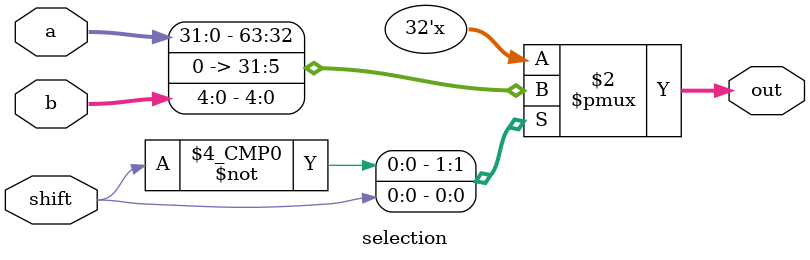
<source format=v>
`timescale 1ns / 1ps


module selection(shift, a, b, out);
    input                   shift;
    input   [31:0]          a;
    input   [4:0]           b;
    output  reg [31:0]    out;
    
    always @(*) begin
        case(shift)
            0:out = a;
            1:out = b;
        endcase
    end
endmodule

</source>
